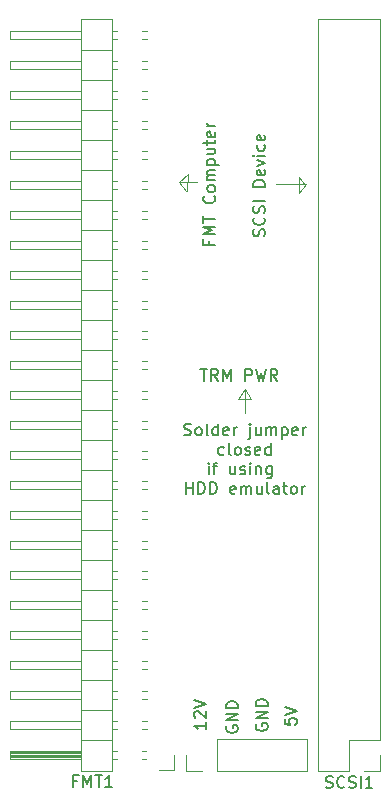
<source format=gbr>
%TF.GenerationSoftware,KiCad,Pcbnew,(5.1.9)-1*%
%TF.CreationDate,2021-07-31T16:05:11-05:00*%
%TF.ProjectId,SCSI Interface Card,53435349-2049-46e7-9465-726661636520,rev?*%
%TF.SameCoordinates,Original*%
%TF.FileFunction,Legend,Top*%
%TF.FilePolarity,Positive*%
%FSLAX46Y46*%
G04 Gerber Fmt 4.6, Leading zero omitted, Abs format (unit mm)*
G04 Created by KiCad (PCBNEW (5.1.9)-1) date 2021-07-31 16:05:11*
%MOMM*%
%LPD*%
G01*
G04 APERTURE LIST*
%ADD10C,0.150000*%
%ADD11C,0.120000*%
G04 APERTURE END LIST*
D10*
X150955120Y-99598384D02*
X150907500Y-99693622D01*
X150907500Y-99836480D01*
X150955120Y-99979337D01*
X151050358Y-100074575D01*
X151145596Y-100122194D01*
X151336072Y-100169813D01*
X151478929Y-100169813D01*
X151669405Y-100122194D01*
X151764643Y-100074575D01*
X151859881Y-99979337D01*
X151907500Y-99836480D01*
X151907500Y-99741241D01*
X151859881Y-99598384D01*
X151812262Y-99550765D01*
X151478929Y-99550765D01*
X151478929Y-99741241D01*
X151907500Y-99122194D02*
X150907500Y-99122194D01*
X151907500Y-98550765D01*
X150907500Y-98550765D01*
X151907500Y-98074575D02*
X150907500Y-98074575D01*
X150907500Y-97836480D01*
X150955120Y-97693622D01*
X151050358Y-97598384D01*
X151145596Y-97550765D01*
X151336072Y-97503146D01*
X151478929Y-97503146D01*
X151669405Y-97550765D01*
X151764643Y-97598384D01*
X151859881Y-97693622D01*
X151907500Y-97836480D01*
X151907500Y-98074575D01*
D11*
X150474680Y-72090280D02*
X150002240Y-71236840D01*
X149412960Y-72090280D02*
X150474680Y-72090280D01*
X149981920Y-71231760D02*
X149412960Y-72090280D01*
X149981920Y-73299320D02*
X149981920Y-71231760D01*
X154548840Y-53248560D02*
X155117800Y-53934360D01*
X154569160Y-54604920D02*
X154548840Y-53248560D01*
X155138120Y-53903880D02*
X154569160Y-54604920D01*
X152643840Y-53903880D02*
X155138120Y-53903880D01*
X145145760Y-53035200D02*
X145049240Y-54467760D01*
X144404080Y-53690520D02*
X145145760Y-53035200D01*
X144404080Y-53695600D02*
X145028920Y-54472840D01*
X145923000Y-53700680D02*
X144404080Y-53695600D01*
D10*
X151641441Y-58286114D02*
X151689060Y-58143257D01*
X151689060Y-57905161D01*
X151641441Y-57809923D01*
X151593822Y-57762304D01*
X151498584Y-57714685D01*
X151403346Y-57714685D01*
X151308108Y-57762304D01*
X151260489Y-57809923D01*
X151212870Y-57905161D01*
X151165251Y-58095638D01*
X151117632Y-58190876D01*
X151070013Y-58238495D01*
X150974775Y-58286114D01*
X150879537Y-58286114D01*
X150784299Y-58238495D01*
X150736680Y-58190876D01*
X150689060Y-58095638D01*
X150689060Y-57857542D01*
X150736680Y-57714685D01*
X151593822Y-56714685D02*
X151641441Y-56762304D01*
X151689060Y-56905161D01*
X151689060Y-57000400D01*
X151641441Y-57143257D01*
X151546203Y-57238495D01*
X151450965Y-57286114D01*
X151260489Y-57333733D01*
X151117632Y-57333733D01*
X150927156Y-57286114D01*
X150831918Y-57238495D01*
X150736680Y-57143257D01*
X150689060Y-57000400D01*
X150689060Y-56905161D01*
X150736680Y-56762304D01*
X150784299Y-56714685D01*
X151641441Y-56333733D02*
X151689060Y-56190876D01*
X151689060Y-55952780D01*
X151641441Y-55857542D01*
X151593822Y-55809923D01*
X151498584Y-55762304D01*
X151403346Y-55762304D01*
X151308108Y-55809923D01*
X151260489Y-55857542D01*
X151212870Y-55952780D01*
X151165251Y-56143257D01*
X151117632Y-56238495D01*
X151070013Y-56286114D01*
X150974775Y-56333733D01*
X150879537Y-56333733D01*
X150784299Y-56286114D01*
X150736680Y-56238495D01*
X150689060Y-56143257D01*
X150689060Y-55905161D01*
X150736680Y-55762304D01*
X151689060Y-55333733D02*
X150689060Y-55333733D01*
X151689060Y-54095638D02*
X150689060Y-54095638D01*
X150689060Y-53857542D01*
X150736680Y-53714685D01*
X150831918Y-53619447D01*
X150927156Y-53571828D01*
X151117632Y-53524209D01*
X151260489Y-53524209D01*
X151450965Y-53571828D01*
X151546203Y-53619447D01*
X151641441Y-53714685D01*
X151689060Y-53857542D01*
X151689060Y-54095638D01*
X151641441Y-52714685D02*
X151689060Y-52809923D01*
X151689060Y-53000400D01*
X151641441Y-53095638D01*
X151546203Y-53143257D01*
X151165251Y-53143257D01*
X151070013Y-53095638D01*
X151022394Y-53000400D01*
X151022394Y-52809923D01*
X151070013Y-52714685D01*
X151165251Y-52667066D01*
X151260489Y-52667066D01*
X151355727Y-53143257D01*
X151022394Y-52333733D02*
X151689060Y-52095638D01*
X151022394Y-51857542D01*
X151689060Y-51476590D02*
X151022394Y-51476590D01*
X150689060Y-51476590D02*
X150736680Y-51524209D01*
X150784299Y-51476590D01*
X150736680Y-51428971D01*
X150689060Y-51476590D01*
X150784299Y-51476590D01*
X151641441Y-50571828D02*
X151689060Y-50667066D01*
X151689060Y-50857542D01*
X151641441Y-50952780D01*
X151593822Y-51000400D01*
X151498584Y-51048019D01*
X151212870Y-51048019D01*
X151117632Y-51000400D01*
X151070013Y-50952780D01*
X151022394Y-50857542D01*
X151022394Y-50667066D01*
X151070013Y-50571828D01*
X151641441Y-49762304D02*
X151689060Y-49857542D01*
X151689060Y-50048019D01*
X151641441Y-50143257D01*
X151546203Y-50190876D01*
X151165251Y-50190876D01*
X151070013Y-50143257D01*
X151022394Y-50048019D01*
X151022394Y-49857542D01*
X151070013Y-49762304D01*
X151165251Y-49714685D01*
X151260489Y-49714685D01*
X151355727Y-50190876D01*
X146943771Y-58667375D02*
X146943771Y-59000708D01*
X147467580Y-59000708D02*
X146467580Y-59000708D01*
X146467580Y-58524518D01*
X147467580Y-58143565D02*
X146467580Y-58143565D01*
X147181866Y-57810232D01*
X146467580Y-57476899D01*
X147467580Y-57476899D01*
X146467580Y-57143565D02*
X146467580Y-56572137D01*
X147467580Y-56857851D02*
X146467580Y-56857851D01*
X147372342Y-54905470D02*
X147419961Y-54953089D01*
X147467580Y-55095946D01*
X147467580Y-55191184D01*
X147419961Y-55334041D01*
X147324723Y-55429280D01*
X147229485Y-55476899D01*
X147039009Y-55524518D01*
X146896152Y-55524518D01*
X146705676Y-55476899D01*
X146610438Y-55429280D01*
X146515200Y-55334041D01*
X146467580Y-55191184D01*
X146467580Y-55095946D01*
X146515200Y-54953089D01*
X146562819Y-54905470D01*
X147467580Y-54334041D02*
X147419961Y-54429280D01*
X147372342Y-54476899D01*
X147277104Y-54524518D01*
X146991390Y-54524518D01*
X146896152Y-54476899D01*
X146848533Y-54429280D01*
X146800914Y-54334041D01*
X146800914Y-54191184D01*
X146848533Y-54095946D01*
X146896152Y-54048327D01*
X146991390Y-54000708D01*
X147277104Y-54000708D01*
X147372342Y-54048327D01*
X147419961Y-54095946D01*
X147467580Y-54191184D01*
X147467580Y-54334041D01*
X147467580Y-53572137D02*
X146800914Y-53572137D01*
X146896152Y-53572137D02*
X146848533Y-53524518D01*
X146800914Y-53429280D01*
X146800914Y-53286422D01*
X146848533Y-53191184D01*
X146943771Y-53143565D01*
X147467580Y-53143565D01*
X146943771Y-53143565D02*
X146848533Y-53095946D01*
X146800914Y-53000708D01*
X146800914Y-52857851D01*
X146848533Y-52762613D01*
X146943771Y-52714994D01*
X147467580Y-52714994D01*
X146800914Y-52238803D02*
X147800914Y-52238803D01*
X146848533Y-52238803D02*
X146800914Y-52143565D01*
X146800914Y-51953089D01*
X146848533Y-51857851D01*
X146896152Y-51810232D01*
X146991390Y-51762613D01*
X147277104Y-51762613D01*
X147372342Y-51810232D01*
X147419961Y-51857851D01*
X147467580Y-51953089D01*
X147467580Y-52143565D01*
X147419961Y-52238803D01*
X146800914Y-50905470D02*
X147467580Y-50905470D01*
X146800914Y-51334041D02*
X147324723Y-51334041D01*
X147419961Y-51286422D01*
X147467580Y-51191184D01*
X147467580Y-51048327D01*
X147419961Y-50953089D01*
X147372342Y-50905470D01*
X146800914Y-50572137D02*
X146800914Y-50191184D01*
X146467580Y-50429280D02*
X147324723Y-50429280D01*
X147419961Y-50381660D01*
X147467580Y-50286422D01*
X147467580Y-50191184D01*
X147419961Y-49476899D02*
X147467580Y-49572137D01*
X147467580Y-49762613D01*
X147419961Y-49857851D01*
X147324723Y-49905470D01*
X146943771Y-49905470D01*
X146848533Y-49857851D01*
X146800914Y-49762613D01*
X146800914Y-49572137D01*
X146848533Y-49476899D01*
X146943771Y-49429280D01*
X147039009Y-49429280D01*
X147134247Y-49905470D01*
X147467580Y-49000708D02*
X146800914Y-49000708D01*
X146991390Y-49000708D02*
X146896152Y-48953089D01*
X146848533Y-48905470D01*
X146800914Y-48810232D01*
X146800914Y-48714994D01*
X153361140Y-99148876D02*
X153361140Y-99625066D01*
X153837331Y-99672685D01*
X153789712Y-99625066D01*
X153742093Y-99529828D01*
X153742093Y-99291733D01*
X153789712Y-99196495D01*
X153837331Y-99148876D01*
X153932569Y-99101257D01*
X154170664Y-99101257D01*
X154265902Y-99148876D01*
X154313521Y-99196495D01*
X154361140Y-99291733D01*
X154361140Y-99529828D01*
X154313521Y-99625066D01*
X154265902Y-99672685D01*
X153361140Y-98815542D02*
X154361140Y-98482209D01*
X153361140Y-98148876D01*
X148445600Y-99766024D02*
X148397980Y-99861262D01*
X148397980Y-100004120D01*
X148445600Y-100146977D01*
X148540838Y-100242215D01*
X148636076Y-100289834D01*
X148826552Y-100337453D01*
X148969409Y-100337453D01*
X149159885Y-100289834D01*
X149255123Y-100242215D01*
X149350361Y-100146977D01*
X149397980Y-100004120D01*
X149397980Y-99908881D01*
X149350361Y-99766024D01*
X149302742Y-99718405D01*
X148969409Y-99718405D01*
X148969409Y-99908881D01*
X149397980Y-99289834D02*
X148397980Y-99289834D01*
X149397980Y-98718405D01*
X148397980Y-98718405D01*
X149397980Y-98242215D02*
X148397980Y-98242215D01*
X148397980Y-98004120D01*
X148445600Y-97861262D01*
X148540838Y-97766024D01*
X148636076Y-97718405D01*
X148826552Y-97670786D01*
X148969409Y-97670786D01*
X149159885Y-97718405D01*
X149255123Y-97766024D01*
X149350361Y-97861262D01*
X149397980Y-98004120D01*
X149397980Y-98242215D01*
X146700500Y-99455527D02*
X146700500Y-100026956D01*
X146700500Y-99741241D02*
X145700500Y-99741241D01*
X145843358Y-99836480D01*
X145938596Y-99931718D01*
X145986215Y-100026956D01*
X145795739Y-99074575D02*
X145748120Y-99026956D01*
X145700500Y-98931718D01*
X145700500Y-98693622D01*
X145748120Y-98598384D01*
X145795739Y-98550765D01*
X145890977Y-98503146D01*
X145986215Y-98503146D01*
X146129072Y-98550765D01*
X146700500Y-99122194D01*
X146700500Y-98503146D01*
X145700500Y-98217432D02*
X146700500Y-97884099D01*
X145700500Y-97550765D01*
X144852712Y-75110201D02*
X144995569Y-75157820D01*
X145233664Y-75157820D01*
X145328902Y-75110201D01*
X145376521Y-75062582D01*
X145424140Y-74967344D01*
X145424140Y-74872106D01*
X145376521Y-74776868D01*
X145328902Y-74729249D01*
X145233664Y-74681630D01*
X145043188Y-74634011D01*
X144947950Y-74586392D01*
X144900331Y-74538773D01*
X144852712Y-74443535D01*
X144852712Y-74348297D01*
X144900331Y-74253059D01*
X144947950Y-74205440D01*
X145043188Y-74157820D01*
X145281283Y-74157820D01*
X145424140Y-74205440D01*
X145995569Y-75157820D02*
X145900331Y-75110201D01*
X145852712Y-75062582D01*
X145805093Y-74967344D01*
X145805093Y-74681630D01*
X145852712Y-74586392D01*
X145900331Y-74538773D01*
X145995569Y-74491154D01*
X146138426Y-74491154D01*
X146233664Y-74538773D01*
X146281283Y-74586392D01*
X146328902Y-74681630D01*
X146328902Y-74967344D01*
X146281283Y-75062582D01*
X146233664Y-75110201D01*
X146138426Y-75157820D01*
X145995569Y-75157820D01*
X146900331Y-75157820D02*
X146805093Y-75110201D01*
X146757474Y-75014963D01*
X146757474Y-74157820D01*
X147709855Y-75157820D02*
X147709855Y-74157820D01*
X147709855Y-75110201D02*
X147614617Y-75157820D01*
X147424140Y-75157820D01*
X147328902Y-75110201D01*
X147281283Y-75062582D01*
X147233664Y-74967344D01*
X147233664Y-74681630D01*
X147281283Y-74586392D01*
X147328902Y-74538773D01*
X147424140Y-74491154D01*
X147614617Y-74491154D01*
X147709855Y-74538773D01*
X148566998Y-75110201D02*
X148471760Y-75157820D01*
X148281283Y-75157820D01*
X148186045Y-75110201D01*
X148138426Y-75014963D01*
X148138426Y-74634011D01*
X148186045Y-74538773D01*
X148281283Y-74491154D01*
X148471760Y-74491154D01*
X148566998Y-74538773D01*
X148614617Y-74634011D01*
X148614617Y-74729249D01*
X148138426Y-74824487D01*
X149043188Y-75157820D02*
X149043188Y-74491154D01*
X149043188Y-74681630D02*
X149090807Y-74586392D01*
X149138426Y-74538773D01*
X149233664Y-74491154D01*
X149328902Y-74491154D01*
X150424140Y-74491154D02*
X150424140Y-75348297D01*
X150376521Y-75443535D01*
X150281283Y-75491154D01*
X150233664Y-75491154D01*
X150424140Y-74157820D02*
X150376521Y-74205440D01*
X150424140Y-74253059D01*
X150471760Y-74205440D01*
X150424140Y-74157820D01*
X150424140Y-74253059D01*
X151328902Y-74491154D02*
X151328902Y-75157820D01*
X150900331Y-74491154D02*
X150900331Y-75014963D01*
X150947950Y-75110201D01*
X151043188Y-75157820D01*
X151186045Y-75157820D01*
X151281283Y-75110201D01*
X151328902Y-75062582D01*
X151805093Y-75157820D02*
X151805093Y-74491154D01*
X151805093Y-74586392D02*
X151852712Y-74538773D01*
X151947950Y-74491154D01*
X152090807Y-74491154D01*
X152186045Y-74538773D01*
X152233664Y-74634011D01*
X152233664Y-75157820D01*
X152233664Y-74634011D02*
X152281283Y-74538773D01*
X152376521Y-74491154D01*
X152519379Y-74491154D01*
X152614617Y-74538773D01*
X152662236Y-74634011D01*
X152662236Y-75157820D01*
X153138426Y-74491154D02*
X153138426Y-75491154D01*
X153138426Y-74538773D02*
X153233664Y-74491154D01*
X153424140Y-74491154D01*
X153519379Y-74538773D01*
X153566998Y-74586392D01*
X153614617Y-74681630D01*
X153614617Y-74967344D01*
X153566998Y-75062582D01*
X153519379Y-75110201D01*
X153424140Y-75157820D01*
X153233664Y-75157820D01*
X153138426Y-75110201D01*
X154424140Y-75110201D02*
X154328902Y-75157820D01*
X154138426Y-75157820D01*
X154043188Y-75110201D01*
X153995569Y-75014963D01*
X153995569Y-74634011D01*
X154043188Y-74538773D01*
X154138426Y-74491154D01*
X154328902Y-74491154D01*
X154424140Y-74538773D01*
X154471760Y-74634011D01*
X154471760Y-74729249D01*
X153995569Y-74824487D01*
X154900331Y-75157820D02*
X154900331Y-74491154D01*
X154900331Y-74681630D02*
X154947950Y-74586392D01*
X154995569Y-74538773D01*
X155090807Y-74491154D01*
X155186045Y-74491154D01*
X148209855Y-76760201D02*
X148114617Y-76807820D01*
X147924140Y-76807820D01*
X147828902Y-76760201D01*
X147781283Y-76712582D01*
X147733664Y-76617344D01*
X147733664Y-76331630D01*
X147781283Y-76236392D01*
X147828902Y-76188773D01*
X147924140Y-76141154D01*
X148114617Y-76141154D01*
X148209855Y-76188773D01*
X148781283Y-76807820D02*
X148686045Y-76760201D01*
X148638426Y-76664963D01*
X148638426Y-75807820D01*
X149305093Y-76807820D02*
X149209855Y-76760201D01*
X149162236Y-76712582D01*
X149114617Y-76617344D01*
X149114617Y-76331630D01*
X149162236Y-76236392D01*
X149209855Y-76188773D01*
X149305093Y-76141154D01*
X149447950Y-76141154D01*
X149543188Y-76188773D01*
X149590807Y-76236392D01*
X149638426Y-76331630D01*
X149638426Y-76617344D01*
X149590807Y-76712582D01*
X149543188Y-76760201D01*
X149447950Y-76807820D01*
X149305093Y-76807820D01*
X150019379Y-76760201D02*
X150114617Y-76807820D01*
X150305093Y-76807820D01*
X150400331Y-76760201D01*
X150447950Y-76664963D01*
X150447950Y-76617344D01*
X150400331Y-76522106D01*
X150305093Y-76474487D01*
X150162236Y-76474487D01*
X150066998Y-76426868D01*
X150019379Y-76331630D01*
X150019379Y-76284011D01*
X150066998Y-76188773D01*
X150162236Y-76141154D01*
X150305093Y-76141154D01*
X150400331Y-76188773D01*
X151257474Y-76760201D02*
X151162236Y-76807820D01*
X150971760Y-76807820D01*
X150876521Y-76760201D01*
X150828902Y-76664963D01*
X150828902Y-76284011D01*
X150876521Y-76188773D01*
X150971760Y-76141154D01*
X151162236Y-76141154D01*
X151257474Y-76188773D01*
X151305093Y-76284011D01*
X151305093Y-76379249D01*
X150828902Y-76474487D01*
X152162236Y-76807820D02*
X152162236Y-75807820D01*
X152162236Y-76760201D02*
X152066998Y-76807820D01*
X151876521Y-76807820D01*
X151781283Y-76760201D01*
X151733664Y-76712582D01*
X151686045Y-76617344D01*
X151686045Y-76331630D01*
X151733664Y-76236392D01*
X151781283Y-76188773D01*
X151876521Y-76141154D01*
X152066998Y-76141154D01*
X152162236Y-76188773D01*
X146924140Y-78457820D02*
X146924140Y-77791154D01*
X146924140Y-77457820D02*
X146876521Y-77505440D01*
X146924140Y-77553059D01*
X146971760Y-77505440D01*
X146924140Y-77457820D01*
X146924140Y-77553059D01*
X147257474Y-77791154D02*
X147638426Y-77791154D01*
X147400331Y-78457820D02*
X147400331Y-77600678D01*
X147447950Y-77505440D01*
X147543188Y-77457820D01*
X147638426Y-77457820D01*
X149162236Y-77791154D02*
X149162236Y-78457820D01*
X148733664Y-77791154D02*
X148733664Y-78314963D01*
X148781283Y-78410201D01*
X148876521Y-78457820D01*
X149019379Y-78457820D01*
X149114617Y-78410201D01*
X149162236Y-78362582D01*
X149590807Y-78410201D02*
X149686045Y-78457820D01*
X149876521Y-78457820D01*
X149971760Y-78410201D01*
X150019379Y-78314963D01*
X150019379Y-78267344D01*
X149971760Y-78172106D01*
X149876521Y-78124487D01*
X149733664Y-78124487D01*
X149638426Y-78076868D01*
X149590807Y-77981630D01*
X149590807Y-77934011D01*
X149638426Y-77838773D01*
X149733664Y-77791154D01*
X149876521Y-77791154D01*
X149971760Y-77838773D01*
X150447950Y-78457820D02*
X150447950Y-77791154D01*
X150447950Y-77457820D02*
X150400331Y-77505440D01*
X150447950Y-77553059D01*
X150495569Y-77505440D01*
X150447950Y-77457820D01*
X150447950Y-77553059D01*
X150924140Y-77791154D02*
X150924140Y-78457820D01*
X150924140Y-77886392D02*
X150971760Y-77838773D01*
X151066998Y-77791154D01*
X151209855Y-77791154D01*
X151305093Y-77838773D01*
X151352712Y-77934011D01*
X151352712Y-78457820D01*
X152257474Y-77791154D02*
X152257474Y-78600678D01*
X152209855Y-78695916D01*
X152162236Y-78743535D01*
X152066998Y-78791154D01*
X151924140Y-78791154D01*
X151828902Y-78743535D01*
X152257474Y-78410201D02*
X152162236Y-78457820D01*
X151971760Y-78457820D01*
X151876521Y-78410201D01*
X151828902Y-78362582D01*
X151781283Y-78267344D01*
X151781283Y-77981630D01*
X151828902Y-77886392D01*
X151876521Y-77838773D01*
X151971760Y-77791154D01*
X152162236Y-77791154D01*
X152257474Y-77838773D01*
X144995569Y-80107820D02*
X144995569Y-79107820D01*
X144995569Y-79584011D02*
X145566998Y-79584011D01*
X145566998Y-80107820D02*
X145566998Y-79107820D01*
X146043188Y-80107820D02*
X146043188Y-79107820D01*
X146281283Y-79107820D01*
X146424140Y-79155440D01*
X146519379Y-79250678D01*
X146566998Y-79345916D01*
X146614617Y-79536392D01*
X146614617Y-79679249D01*
X146566998Y-79869725D01*
X146519379Y-79964963D01*
X146424140Y-80060201D01*
X146281283Y-80107820D01*
X146043188Y-80107820D01*
X147043188Y-80107820D02*
X147043188Y-79107820D01*
X147281283Y-79107820D01*
X147424140Y-79155440D01*
X147519379Y-79250678D01*
X147566998Y-79345916D01*
X147614617Y-79536392D01*
X147614617Y-79679249D01*
X147566998Y-79869725D01*
X147519379Y-79964963D01*
X147424140Y-80060201D01*
X147281283Y-80107820D01*
X147043188Y-80107820D01*
X149186045Y-80060201D02*
X149090807Y-80107820D01*
X148900331Y-80107820D01*
X148805093Y-80060201D01*
X148757474Y-79964963D01*
X148757474Y-79584011D01*
X148805093Y-79488773D01*
X148900331Y-79441154D01*
X149090807Y-79441154D01*
X149186045Y-79488773D01*
X149233664Y-79584011D01*
X149233664Y-79679249D01*
X148757474Y-79774487D01*
X149662236Y-80107820D02*
X149662236Y-79441154D01*
X149662236Y-79536392D02*
X149709855Y-79488773D01*
X149805093Y-79441154D01*
X149947950Y-79441154D01*
X150043188Y-79488773D01*
X150090807Y-79584011D01*
X150090807Y-80107820D01*
X150090807Y-79584011D02*
X150138426Y-79488773D01*
X150233664Y-79441154D01*
X150376521Y-79441154D01*
X150471760Y-79488773D01*
X150519379Y-79584011D01*
X150519379Y-80107820D01*
X151424140Y-79441154D02*
X151424140Y-80107820D01*
X150995569Y-79441154D02*
X150995569Y-79964963D01*
X151043188Y-80060201D01*
X151138426Y-80107820D01*
X151281283Y-80107820D01*
X151376521Y-80060201D01*
X151424140Y-80012582D01*
X152043188Y-80107820D02*
X151947950Y-80060201D01*
X151900331Y-79964963D01*
X151900331Y-79107820D01*
X152852712Y-80107820D02*
X152852712Y-79584011D01*
X152805093Y-79488773D01*
X152709855Y-79441154D01*
X152519379Y-79441154D01*
X152424140Y-79488773D01*
X152852712Y-80060201D02*
X152757474Y-80107820D01*
X152519379Y-80107820D01*
X152424140Y-80060201D01*
X152376521Y-79964963D01*
X152376521Y-79869725D01*
X152424140Y-79774487D01*
X152519379Y-79726868D01*
X152757474Y-79726868D01*
X152852712Y-79679249D01*
X153186045Y-79441154D02*
X153566998Y-79441154D01*
X153328902Y-79107820D02*
X153328902Y-79964963D01*
X153376521Y-80060201D01*
X153471760Y-80107820D01*
X153566998Y-80107820D01*
X154043188Y-80107820D02*
X153947950Y-80060201D01*
X153900331Y-80012582D01*
X153852712Y-79917344D01*
X153852712Y-79631630D01*
X153900331Y-79536392D01*
X153947950Y-79488773D01*
X154043188Y-79441154D01*
X154186045Y-79441154D01*
X154281283Y-79488773D01*
X154328902Y-79536392D01*
X154376521Y-79631630D01*
X154376521Y-79917344D01*
X154328902Y-80012582D01*
X154281283Y-80060201D01*
X154186045Y-80107820D01*
X154043188Y-80107820D01*
X154805093Y-80107820D02*
X154805093Y-79441154D01*
X154805093Y-79631630D02*
X154852712Y-79536392D01*
X154900331Y-79488773D01*
X154995569Y-79441154D01*
X155090807Y-79441154D01*
D11*
%TO.C,SCSI1*%
X161416040Y-39929760D02*
X156216040Y-39929760D01*
X161416040Y-100949760D02*
X161416040Y-39929760D01*
X156216040Y-103549760D02*
X156216040Y-39929760D01*
X161416040Y-100949760D02*
X158816040Y-100949760D01*
X158816040Y-100949760D02*
X158816040Y-103549760D01*
X158816040Y-103549760D02*
X156216040Y-103549760D01*
X161416040Y-102219760D02*
X161416040Y-103549760D01*
X161416040Y-103549760D02*
X160086040Y-103549760D01*
%TO.C,PWR1*%
X155289560Y-103549760D02*
X155289560Y-100889760D01*
X147609560Y-103549760D02*
X155289560Y-103549760D01*
X147609560Y-100889760D02*
X155289560Y-100889760D01*
X147609560Y-103549760D02*
X147609560Y-100889760D01*
X146339560Y-103549760D02*
X145009560Y-103549760D01*
X145009560Y-103549760D02*
X145009560Y-102219760D01*
%TO.C,FMT1*%
X138762920Y-103549760D02*
X138762920Y-39929760D01*
X138762920Y-39929760D02*
X136102920Y-39929760D01*
X136102920Y-39929760D02*
X136102920Y-103549760D01*
X136102920Y-103549760D02*
X138762920Y-103549760D01*
X136102920Y-102599760D02*
X130102920Y-102599760D01*
X130102920Y-102599760D02*
X130102920Y-101839760D01*
X130102920Y-101839760D02*
X136102920Y-101839760D01*
X136102920Y-102539760D02*
X130102920Y-102539760D01*
X136102920Y-102419760D02*
X130102920Y-102419760D01*
X136102920Y-102299760D02*
X130102920Y-102299760D01*
X136102920Y-102179760D02*
X130102920Y-102179760D01*
X136102920Y-102059760D02*
X130102920Y-102059760D01*
X136102920Y-101939760D02*
X130102920Y-101939760D01*
X139159991Y-102599760D02*
X138762920Y-102599760D01*
X139159991Y-101839760D02*
X138762920Y-101839760D01*
X141632920Y-102599760D02*
X141245849Y-102599760D01*
X141632920Y-101839760D02*
X141245849Y-101839760D01*
X138762920Y-100949760D02*
X136102920Y-100949760D01*
X136102920Y-100059760D02*
X130102920Y-100059760D01*
X130102920Y-100059760D02*
X130102920Y-99299760D01*
X130102920Y-99299760D02*
X136102920Y-99299760D01*
X139159991Y-100059760D02*
X138762920Y-100059760D01*
X139159991Y-99299760D02*
X138762920Y-99299760D01*
X141699991Y-100059760D02*
X141245849Y-100059760D01*
X141699991Y-99299760D02*
X141245849Y-99299760D01*
X138762920Y-98409760D02*
X136102920Y-98409760D01*
X136102920Y-97519760D02*
X130102920Y-97519760D01*
X130102920Y-97519760D02*
X130102920Y-96759760D01*
X130102920Y-96759760D02*
X136102920Y-96759760D01*
X139159991Y-97519760D02*
X138762920Y-97519760D01*
X139159991Y-96759760D02*
X138762920Y-96759760D01*
X141699991Y-97519760D02*
X141245849Y-97519760D01*
X141699991Y-96759760D02*
X141245849Y-96759760D01*
X138762920Y-95869760D02*
X136102920Y-95869760D01*
X136102920Y-94979760D02*
X130102920Y-94979760D01*
X130102920Y-94979760D02*
X130102920Y-94219760D01*
X130102920Y-94219760D02*
X136102920Y-94219760D01*
X139159991Y-94979760D02*
X138762920Y-94979760D01*
X139159991Y-94219760D02*
X138762920Y-94219760D01*
X141699991Y-94979760D02*
X141245849Y-94979760D01*
X141699991Y-94219760D02*
X141245849Y-94219760D01*
X138762920Y-93329760D02*
X136102920Y-93329760D01*
X136102920Y-92439760D02*
X130102920Y-92439760D01*
X130102920Y-92439760D02*
X130102920Y-91679760D01*
X130102920Y-91679760D02*
X136102920Y-91679760D01*
X139159991Y-92439760D02*
X138762920Y-92439760D01*
X139159991Y-91679760D02*
X138762920Y-91679760D01*
X141699991Y-92439760D02*
X141245849Y-92439760D01*
X141699991Y-91679760D02*
X141245849Y-91679760D01*
X138762920Y-90789760D02*
X136102920Y-90789760D01*
X136102920Y-89899760D02*
X130102920Y-89899760D01*
X130102920Y-89899760D02*
X130102920Y-89139760D01*
X130102920Y-89139760D02*
X136102920Y-89139760D01*
X139159991Y-89899760D02*
X138762920Y-89899760D01*
X139159991Y-89139760D02*
X138762920Y-89139760D01*
X141699991Y-89899760D02*
X141245849Y-89899760D01*
X141699991Y-89139760D02*
X141245849Y-89139760D01*
X138762920Y-88249760D02*
X136102920Y-88249760D01*
X136102920Y-87359760D02*
X130102920Y-87359760D01*
X130102920Y-87359760D02*
X130102920Y-86599760D01*
X130102920Y-86599760D02*
X136102920Y-86599760D01*
X139159991Y-87359760D02*
X138762920Y-87359760D01*
X139159991Y-86599760D02*
X138762920Y-86599760D01*
X141699991Y-87359760D02*
X141245849Y-87359760D01*
X141699991Y-86599760D02*
X141245849Y-86599760D01*
X138762920Y-85709760D02*
X136102920Y-85709760D01*
X136102920Y-84819760D02*
X130102920Y-84819760D01*
X130102920Y-84819760D02*
X130102920Y-84059760D01*
X130102920Y-84059760D02*
X136102920Y-84059760D01*
X139159991Y-84819760D02*
X138762920Y-84819760D01*
X139159991Y-84059760D02*
X138762920Y-84059760D01*
X141699991Y-84819760D02*
X141245849Y-84819760D01*
X141699991Y-84059760D02*
X141245849Y-84059760D01*
X138762920Y-83169760D02*
X136102920Y-83169760D01*
X136102920Y-82279760D02*
X130102920Y-82279760D01*
X130102920Y-82279760D02*
X130102920Y-81519760D01*
X130102920Y-81519760D02*
X136102920Y-81519760D01*
X139159991Y-82279760D02*
X138762920Y-82279760D01*
X139159991Y-81519760D02*
X138762920Y-81519760D01*
X141699991Y-82279760D02*
X141245849Y-82279760D01*
X141699991Y-81519760D02*
X141245849Y-81519760D01*
X138762920Y-80629760D02*
X136102920Y-80629760D01*
X136102920Y-79739760D02*
X130102920Y-79739760D01*
X130102920Y-79739760D02*
X130102920Y-78979760D01*
X130102920Y-78979760D02*
X136102920Y-78979760D01*
X139159991Y-79739760D02*
X138762920Y-79739760D01*
X139159991Y-78979760D02*
X138762920Y-78979760D01*
X141699991Y-79739760D02*
X141245849Y-79739760D01*
X141699991Y-78979760D02*
X141245849Y-78979760D01*
X138762920Y-78089760D02*
X136102920Y-78089760D01*
X136102920Y-77199760D02*
X130102920Y-77199760D01*
X130102920Y-77199760D02*
X130102920Y-76439760D01*
X130102920Y-76439760D02*
X136102920Y-76439760D01*
X139159991Y-77199760D02*
X138762920Y-77199760D01*
X139159991Y-76439760D02*
X138762920Y-76439760D01*
X141699991Y-77199760D02*
X141245849Y-77199760D01*
X141699991Y-76439760D02*
X141245849Y-76439760D01*
X138762920Y-75549760D02*
X136102920Y-75549760D01*
X136102920Y-74659760D02*
X130102920Y-74659760D01*
X130102920Y-74659760D02*
X130102920Y-73899760D01*
X130102920Y-73899760D02*
X136102920Y-73899760D01*
X139159991Y-74659760D02*
X138762920Y-74659760D01*
X139159991Y-73899760D02*
X138762920Y-73899760D01*
X141699991Y-74659760D02*
X141245849Y-74659760D01*
X141699991Y-73899760D02*
X141245849Y-73899760D01*
X138762920Y-73009760D02*
X136102920Y-73009760D01*
X136102920Y-72119760D02*
X130102920Y-72119760D01*
X130102920Y-72119760D02*
X130102920Y-71359760D01*
X130102920Y-71359760D02*
X136102920Y-71359760D01*
X139159991Y-72119760D02*
X138762920Y-72119760D01*
X139159991Y-71359760D02*
X138762920Y-71359760D01*
X141699991Y-72119760D02*
X141245849Y-72119760D01*
X141699991Y-71359760D02*
X141245849Y-71359760D01*
X138762920Y-70469760D02*
X136102920Y-70469760D01*
X136102920Y-69579760D02*
X130102920Y-69579760D01*
X130102920Y-69579760D02*
X130102920Y-68819760D01*
X130102920Y-68819760D02*
X136102920Y-68819760D01*
X139159991Y-69579760D02*
X138762920Y-69579760D01*
X139159991Y-68819760D02*
X138762920Y-68819760D01*
X141699991Y-69579760D02*
X141245849Y-69579760D01*
X141699991Y-68819760D02*
X141245849Y-68819760D01*
X138762920Y-67929760D02*
X136102920Y-67929760D01*
X136102920Y-67039760D02*
X130102920Y-67039760D01*
X130102920Y-67039760D02*
X130102920Y-66279760D01*
X130102920Y-66279760D02*
X136102920Y-66279760D01*
X139159991Y-67039760D02*
X138762920Y-67039760D01*
X139159991Y-66279760D02*
X138762920Y-66279760D01*
X141699991Y-67039760D02*
X141245849Y-67039760D01*
X141699991Y-66279760D02*
X141245849Y-66279760D01*
X138762920Y-65389760D02*
X136102920Y-65389760D01*
X136102920Y-64499760D02*
X130102920Y-64499760D01*
X130102920Y-64499760D02*
X130102920Y-63739760D01*
X130102920Y-63739760D02*
X136102920Y-63739760D01*
X139159991Y-64499760D02*
X138762920Y-64499760D01*
X139159991Y-63739760D02*
X138762920Y-63739760D01*
X141699991Y-64499760D02*
X141245849Y-64499760D01*
X141699991Y-63739760D02*
X141245849Y-63739760D01*
X138762920Y-62849760D02*
X136102920Y-62849760D01*
X136102920Y-61959760D02*
X130102920Y-61959760D01*
X130102920Y-61959760D02*
X130102920Y-61199760D01*
X130102920Y-61199760D02*
X136102920Y-61199760D01*
X139159991Y-61959760D02*
X138762920Y-61959760D01*
X139159991Y-61199760D02*
X138762920Y-61199760D01*
X141699991Y-61959760D02*
X141245849Y-61959760D01*
X141699991Y-61199760D02*
X141245849Y-61199760D01*
X138762920Y-60309760D02*
X136102920Y-60309760D01*
X136102920Y-59419760D02*
X130102920Y-59419760D01*
X130102920Y-59419760D02*
X130102920Y-58659760D01*
X130102920Y-58659760D02*
X136102920Y-58659760D01*
X139159991Y-59419760D02*
X138762920Y-59419760D01*
X139159991Y-58659760D02*
X138762920Y-58659760D01*
X141699991Y-59419760D02*
X141245849Y-59419760D01*
X141699991Y-58659760D02*
X141245849Y-58659760D01*
X138762920Y-57769760D02*
X136102920Y-57769760D01*
X136102920Y-56879760D02*
X130102920Y-56879760D01*
X130102920Y-56879760D02*
X130102920Y-56119760D01*
X130102920Y-56119760D02*
X136102920Y-56119760D01*
X139159991Y-56879760D02*
X138762920Y-56879760D01*
X139159991Y-56119760D02*
X138762920Y-56119760D01*
X141699991Y-56879760D02*
X141245849Y-56879760D01*
X141699991Y-56119760D02*
X141245849Y-56119760D01*
X138762920Y-55229760D02*
X136102920Y-55229760D01*
X136102920Y-54339760D02*
X130102920Y-54339760D01*
X130102920Y-54339760D02*
X130102920Y-53579760D01*
X130102920Y-53579760D02*
X136102920Y-53579760D01*
X139159991Y-54339760D02*
X138762920Y-54339760D01*
X139159991Y-53579760D02*
X138762920Y-53579760D01*
X141699991Y-54339760D02*
X141245849Y-54339760D01*
X141699991Y-53579760D02*
X141245849Y-53579760D01*
X138762920Y-52689760D02*
X136102920Y-52689760D01*
X136102920Y-51799760D02*
X130102920Y-51799760D01*
X130102920Y-51799760D02*
X130102920Y-51039760D01*
X130102920Y-51039760D02*
X136102920Y-51039760D01*
X139159991Y-51799760D02*
X138762920Y-51799760D01*
X139159991Y-51039760D02*
X138762920Y-51039760D01*
X141699991Y-51799760D02*
X141245849Y-51799760D01*
X141699991Y-51039760D02*
X141245849Y-51039760D01*
X138762920Y-50149760D02*
X136102920Y-50149760D01*
X136102920Y-49259760D02*
X130102920Y-49259760D01*
X130102920Y-49259760D02*
X130102920Y-48499760D01*
X130102920Y-48499760D02*
X136102920Y-48499760D01*
X139159991Y-49259760D02*
X138762920Y-49259760D01*
X139159991Y-48499760D02*
X138762920Y-48499760D01*
X141699991Y-49259760D02*
X141245849Y-49259760D01*
X141699991Y-48499760D02*
X141245849Y-48499760D01*
X138762920Y-47609760D02*
X136102920Y-47609760D01*
X136102920Y-46719760D02*
X130102920Y-46719760D01*
X130102920Y-46719760D02*
X130102920Y-45959760D01*
X130102920Y-45959760D02*
X136102920Y-45959760D01*
X139159991Y-46719760D02*
X138762920Y-46719760D01*
X139159991Y-45959760D02*
X138762920Y-45959760D01*
X141699991Y-46719760D02*
X141245849Y-46719760D01*
X141699991Y-45959760D02*
X141245849Y-45959760D01*
X138762920Y-45069760D02*
X136102920Y-45069760D01*
X136102920Y-44179760D02*
X130102920Y-44179760D01*
X130102920Y-44179760D02*
X130102920Y-43419760D01*
X130102920Y-43419760D02*
X136102920Y-43419760D01*
X139159991Y-44179760D02*
X138762920Y-44179760D01*
X139159991Y-43419760D02*
X138762920Y-43419760D01*
X141699991Y-44179760D02*
X141245849Y-44179760D01*
X141699991Y-43419760D02*
X141245849Y-43419760D01*
X138762920Y-42529760D02*
X136102920Y-42529760D01*
X136102920Y-41639760D02*
X130102920Y-41639760D01*
X130102920Y-41639760D02*
X130102920Y-40879760D01*
X130102920Y-40879760D02*
X136102920Y-40879760D01*
X139159991Y-41639760D02*
X138762920Y-41639760D01*
X139159991Y-40879760D02*
X138762920Y-40879760D01*
X141699991Y-41639760D02*
X141245849Y-41639760D01*
X141699991Y-40879760D02*
X141245849Y-40879760D01*
X144012920Y-102219760D02*
X144012920Y-103489760D01*
X144012920Y-103489760D02*
X142742920Y-103489760D01*
%TO.C,TRM PWR*%
D10*
X146220276Y-69559900D02*
X146791704Y-69559900D01*
X146505990Y-70559900D02*
X146505990Y-69559900D01*
X147696466Y-70559900D02*
X147363133Y-70083710D01*
X147125038Y-70559900D02*
X147125038Y-69559900D01*
X147505990Y-69559900D01*
X147601228Y-69607520D01*
X147648847Y-69655139D01*
X147696466Y-69750377D01*
X147696466Y-69893234D01*
X147648847Y-69988472D01*
X147601228Y-70036091D01*
X147505990Y-70083710D01*
X147125038Y-70083710D01*
X148125038Y-70559900D02*
X148125038Y-69559900D01*
X148458371Y-70274186D01*
X148791704Y-69559900D01*
X148791704Y-70559900D01*
X150029800Y-70559900D02*
X150029800Y-69559900D01*
X150410752Y-69559900D01*
X150505990Y-69607520D01*
X150553609Y-69655139D01*
X150601228Y-69750377D01*
X150601228Y-69893234D01*
X150553609Y-69988472D01*
X150505990Y-70036091D01*
X150410752Y-70083710D01*
X150029800Y-70083710D01*
X150934561Y-69559900D02*
X151172657Y-70559900D01*
X151363133Y-69845615D01*
X151553609Y-70559900D01*
X151791704Y-69559900D01*
X152744085Y-70559900D02*
X152410752Y-70083710D01*
X152172657Y-70559900D02*
X152172657Y-69559900D01*
X152553609Y-69559900D01*
X152648847Y-69607520D01*
X152696466Y-69655139D01*
X152744085Y-69750377D01*
X152744085Y-69893234D01*
X152696466Y-69988472D01*
X152648847Y-70036091D01*
X152553609Y-70083710D01*
X152172657Y-70083710D01*
%TO.C,SCSI1*%
X156839849Y-104954521D02*
X156982706Y-105002140D01*
X157220801Y-105002140D01*
X157316040Y-104954521D01*
X157363659Y-104906902D01*
X157411278Y-104811664D01*
X157411278Y-104716426D01*
X157363659Y-104621188D01*
X157316040Y-104573569D01*
X157220801Y-104525950D01*
X157030325Y-104478331D01*
X156935087Y-104430712D01*
X156887468Y-104383093D01*
X156839849Y-104287855D01*
X156839849Y-104192617D01*
X156887468Y-104097379D01*
X156935087Y-104049760D01*
X157030325Y-104002140D01*
X157268420Y-104002140D01*
X157411278Y-104049760D01*
X158411278Y-104906902D02*
X158363659Y-104954521D01*
X158220801Y-105002140D01*
X158125563Y-105002140D01*
X157982706Y-104954521D01*
X157887468Y-104859283D01*
X157839849Y-104764045D01*
X157792230Y-104573569D01*
X157792230Y-104430712D01*
X157839849Y-104240236D01*
X157887468Y-104144998D01*
X157982706Y-104049760D01*
X158125563Y-104002140D01*
X158220801Y-104002140D01*
X158363659Y-104049760D01*
X158411278Y-104097379D01*
X158792230Y-104954521D02*
X158935087Y-105002140D01*
X159173182Y-105002140D01*
X159268420Y-104954521D01*
X159316040Y-104906902D01*
X159363659Y-104811664D01*
X159363659Y-104716426D01*
X159316040Y-104621188D01*
X159268420Y-104573569D01*
X159173182Y-104525950D01*
X158982706Y-104478331D01*
X158887468Y-104430712D01*
X158839849Y-104383093D01*
X158792230Y-104287855D01*
X158792230Y-104192617D01*
X158839849Y-104097379D01*
X158887468Y-104049760D01*
X158982706Y-104002140D01*
X159220801Y-104002140D01*
X159363659Y-104049760D01*
X159792230Y-105002140D02*
X159792230Y-104002140D01*
X160792230Y-105002140D02*
X160220801Y-105002140D01*
X160506516Y-105002140D02*
X160506516Y-104002140D01*
X160411278Y-104144998D01*
X160316040Y-104240236D01*
X160220801Y-104287855D01*
%TO.C,FMT1*%
X135802205Y-104418331D02*
X135468872Y-104418331D01*
X135468872Y-104942140D02*
X135468872Y-103942140D01*
X135945062Y-103942140D01*
X136326015Y-104942140D02*
X136326015Y-103942140D01*
X136659348Y-104656426D01*
X136992681Y-103942140D01*
X136992681Y-104942140D01*
X137326015Y-103942140D02*
X137897443Y-103942140D01*
X137611729Y-104942140D02*
X137611729Y-103942140D01*
X138754586Y-104942140D02*
X138183158Y-104942140D01*
X138468872Y-104942140D02*
X138468872Y-103942140D01*
X138373634Y-104084998D01*
X138278396Y-104180236D01*
X138183158Y-104227855D01*
%TD*%
M02*

</source>
